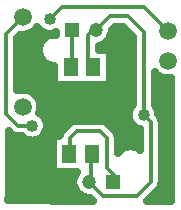
<source format=gbr>
G04 DipTrace 3.2.0.0*
G04 Bottom.gbr*
%MOMM*%
G04 #@! TF.FileFunction,Copper,L2,Bot*
G04 #@! TF.Part,Single*
G04 #@! TA.AperFunction,Conductor*
%ADD13C,0.33*%
G04 #@! TA.AperFunction,CopperBalancing*
%ADD14C,0.635*%
G04 #@! TA.AperFunction,ComponentPad*
%ADD15R,1.2X1.2*%
%ADD16C,1.2*%
%ADD17R,1.3X1.5*%
G04 #@! TA.AperFunction,ComponentPad*
%ADD19C,1.5*%
G04 #@! TA.AperFunction,ViaPad*
%ADD20C,1.016*%
%FSLAX35Y35*%
G04*
G71*
G90*
G75*
G01*
G04 Bottom*
%LPD*%
X1990793Y1273177D2*
D13*
X1998897D1*
Y1330093D1*
X1941753Y1387237D1*
Y1644380D1*
X1884610Y1701523D1*
X1684610D1*
X1627467Y1644380D1*
Y1513570D1*
X1623820Y1509923D1*
X1646173Y2557653D2*
Y2255413D1*
X1634880Y2244120D1*
X2251277Y1839620D2*
X2256037D1*
X2313180Y1782477D1*
Y1272950D1*
X2194133Y1153903D1*
X1910067D1*
X1790793Y1273177D1*
Y1252483D1*
X1803657Y1239620D1*
Y1499760D1*
X1813820Y1509923D1*
X2251277Y1839620D2*
X2241753Y1849143D1*
Y1853903D1*
X2255073Y1840583D1*
Y2541520D1*
X2116620Y2679973D1*
X1968493D1*
X1846173Y2557653D1*
X1821693D1*
X1784610Y2520570D1*
Y2287237D1*
X1822703D1*
Y2230097D1*
X1824880Y2232273D1*
Y2244120D1*
X1590793Y1273177D2*
Y1285817D1*
X1470323Y1406287D1*
Y1919057D1*
X1228600Y2160780D1*
X1402753D1*
X1708420Y1855113D1*
X1308420Y1749143D2*
X1189370D1*
X1088863Y1849650D1*
Y2529043D1*
X1228600Y2668780D1*
X2457730Y2554220D2*
X2257767Y2754183D1*
X1556600D1*
X1454983Y2652567D1*
D20*
X1308420Y1749143D3*
X2251277Y1839620D3*
X1708420Y1855113D3*
X1454983Y2652567D3*
X1327743Y2551833D2*
D14*
X1374470D1*
X1986727D2*
X2110017D1*
X1186013Y2488667D2*
X1404730D1*
X1967770D2*
X2157960D1*
X1186013Y2425500D2*
X1363260D1*
X1881727D2*
X2157960D1*
X1186013Y2362333D2*
X1360160D1*
X1970503D2*
X2157960D1*
X1186013Y2299167D2*
X1391790D1*
X1970503D2*
X2157960D1*
X1186013Y2236000D2*
X1489223D1*
X1970503D2*
X2157960D1*
X1186013Y2172833D2*
X1489223D1*
X1970503D2*
X2157960D1*
X2352223D2*
X2373467D1*
X1186013Y2109667D2*
X1489223D1*
X1970503D2*
X2157960D1*
X2352223D2*
X2477063D1*
X1287547Y2046500D2*
X2157960D1*
X2352223D2*
X2476880D1*
X1363107Y1983333D2*
X2157960D1*
X2352223D2*
X2476697D1*
X1383617Y1920167D2*
X2149210D1*
X2353317D2*
X2476513D1*
X1378147Y1857000D2*
X2121047D1*
X2381480D2*
X2476333D1*
X1431650Y1793833D2*
X2128520D1*
X2409643D2*
X2476150D1*
X1438487Y1730667D2*
X1579003D1*
X1990190D2*
X2183480D1*
X2410283D2*
X2475967D1*
X1115557Y1667500D2*
X1143233D1*
X1409500D2*
X1533337D1*
X2035857D2*
X2216020D1*
X2410283D2*
X2475787D1*
X1115740Y1604333D2*
X1478193D1*
X2038863D2*
X2216020D1*
X2410283D2*
X2475603D1*
X1115920Y1541167D2*
X1478193D1*
X2410283D2*
X2475420D1*
X1116103Y1478000D2*
X1478193D1*
X2410283D2*
X2475240D1*
X1116287Y1414833D2*
X1478193D1*
X2410283D2*
X2475057D1*
X1116467Y1351667D2*
X1675433D1*
X2410283D2*
X2474873D1*
X1116650Y1288500D2*
X1651007D1*
X2410283D2*
X2474693D1*
X1116833Y1225333D2*
X1658937D1*
X2396793D2*
X2474510D1*
X1116467Y1162167D2*
X1708883D1*
X2337183D2*
X2474327D1*
X1796433Y1139107D2*
X1780257Y1139300D1*
X1759443Y1142597D1*
X1739403Y1149110D1*
X1720627Y1158677D1*
X1703580Y1171063D1*
X1688680Y1185963D1*
X1676293Y1203010D1*
X1666727Y1221787D1*
X1660213Y1241827D1*
X1656917Y1262640D1*
Y1283713D1*
X1660213Y1304527D1*
X1666727Y1324567D1*
X1676293Y1343343D1*
X1688930Y1360663D1*
X1484530Y1360633D1*
Y1659213D1*
X1537850D1*
X1541120Y1672437D1*
X1546573Y1685597D1*
X1554017Y1697747D1*
X1563290Y1708597D1*
X1625647Y1770560D1*
X1637173Y1778933D1*
X1649867Y1785403D1*
X1663417Y1789807D1*
X1677487Y1792033D1*
X1801277Y1792313D1*
X1891733Y1792033D1*
X1905803Y1789807D1*
X1919353Y1785403D1*
X1932047Y1778933D1*
X1943573Y1770560D1*
X2005953Y1708580D1*
X2015203Y1697747D1*
X2022647Y1685597D1*
X2028100Y1672437D1*
X2031427Y1658583D1*
X2032543Y1644353D1*
Y1518873D1*
X2040357Y1528957D1*
X2055013Y1543613D1*
X2071780Y1555797D1*
X2090247Y1565207D1*
X2109960Y1571610D1*
X2130430Y1574853D1*
X2151157D1*
X2171627Y1571610D1*
X2191340Y1565207D1*
X2209807Y1555797D1*
X2222407Y1546900D1*
X2222073Y1717987D1*
X2203407Y1724053D1*
X2185917Y1732963D1*
X2170037Y1744500D1*
X2156157Y1758380D1*
X2144620Y1774260D1*
X2135710Y1791750D1*
X2129643Y1810417D1*
X2126573Y1829807D1*
Y1849433D1*
X2129643Y1868823D1*
X2135710Y1887490D1*
X2144620Y1904980D1*
X2156157Y1920860D1*
X2164260Y1929400D1*
X2164283Y2503850D1*
X2079053Y2589143D1*
X2006060Y2589183D1*
X1980293Y2563377D1*
X1980050Y2547117D1*
X1976753Y2526303D1*
X1970240Y2506263D1*
X1960673Y2487487D1*
X1948287Y2470440D1*
X1933387Y2455540D1*
X1916340Y2443153D1*
X1897563Y2433587D1*
X1877523Y2427073D1*
X1875380Y2426647D1*
X1875400Y2393420D1*
X1964170Y2393410D1*
Y2094830D1*
X1495590D1*
Y2255520D1*
X1475510Y2257197D1*
X1455357Y2262033D1*
X1436210Y2269967D1*
X1418537Y2280797D1*
X1402777Y2294257D1*
X1389317Y2310017D1*
X1378487Y2327690D1*
X1370553Y2346837D1*
X1365717Y2366990D1*
X1364090Y2387653D1*
X1365717Y2408317D1*
X1370553Y2428470D1*
X1378487Y2447617D1*
X1389317Y2465290D1*
X1402777Y2481050D1*
X1418537Y2494510D1*
X1436210Y2505340D1*
X1455357Y2513273D1*
X1475510Y2518110D1*
X1496173Y2519737D1*
X1511887Y2518697D1*
X1511773Y2541110D1*
X1493637Y2533600D1*
X1474553Y2529017D1*
X1454983Y2527477D1*
X1435413Y2529017D1*
X1416330Y2533600D1*
X1398193Y2541110D1*
X1381457Y2551367D1*
X1366530Y2564113D1*
X1353783Y2579040D1*
X1350950Y2583283D1*
X1342120Y2571823D1*
X1325557Y2555260D1*
X1306603Y2541490D1*
X1285730Y2530853D1*
X1263450Y2523613D1*
X1240313Y2519950D1*
X1216887D1*
X1209110Y2520870D1*
X1179690Y2491473D1*
X1179653Y2047883D1*
X1193750Y2051947D1*
X1216887Y2055610D1*
X1240313D1*
X1263450Y2051947D1*
X1285730Y2044707D1*
X1306603Y2034070D1*
X1325557Y2020300D1*
X1342120Y2003737D1*
X1355890Y1984783D1*
X1366527Y1963910D1*
X1373767Y1941630D1*
X1377430Y1918493D1*
Y1895067D1*
X1373767Y1871930D1*
X1369680Y1858197D1*
X1381947Y1850343D1*
X1396873Y1837597D1*
X1409620Y1822670D1*
X1419877Y1805933D1*
X1427387Y1787797D1*
X1431970Y1768713D1*
X1433510Y1749143D1*
X1431970Y1729573D1*
X1427387Y1710490D1*
X1419877Y1692353D1*
X1409620Y1675617D1*
X1396873Y1660690D1*
X1381947Y1647943D1*
X1365210Y1637687D1*
X1347073Y1630177D1*
X1327990Y1625593D1*
X1308420Y1624053D1*
X1288850Y1625593D1*
X1269767Y1630177D1*
X1251630Y1637687D1*
X1234893Y1647943D1*
X1222477Y1658373D1*
X1182247Y1658633D1*
X1168177Y1660863D1*
X1154627Y1665263D1*
X1141933Y1671733D1*
X1130407Y1680107D1*
X1109123Y1700993D1*
X1110640Y1173167D1*
X1107677Y1118810D1*
X1821447Y1114170D1*
X1796563Y1139010D1*
X2483463Y2153240D2*
X2469443Y2151390D1*
X2446017D1*
X2422880Y2155053D1*
X2400600Y2162293D1*
X2379727Y2172930D1*
X2360773Y2186700D1*
X2345857Y2201483D1*
X2346397Y1920860D1*
X2357933Y1904980D1*
X2366843Y1887490D1*
X2372910Y1868823D1*
X2376037Y1848017D1*
X2386630Y1835843D1*
X2394073Y1823693D1*
X2399527Y1810533D1*
X2402853Y1796680D1*
X2403970Y1782477D1*
X2403690Y1265827D1*
X2401463Y1251757D1*
X2397060Y1238207D1*
X2390590Y1225513D1*
X2382217Y1213987D1*
X2279737Y1111110D1*
X2480597Y1109807D1*
X2483493Y2153177D1*
D15*
X1990793Y1273177D3*
D16*
X1790793D3*
X1590793D3*
D15*
X1646173Y2557653D3*
D16*
X1846173D3*
X2046173D3*
D17*
X1623820Y1509923D3*
X1813820D3*
X1634880Y2244120D3*
X1824880D3*
D19*
X1228600Y2668780D3*
Y2414780D3*
Y2160780D3*
Y1906780D3*
X2457730Y2300220D3*
Y2554220D3*
M02*

</source>
